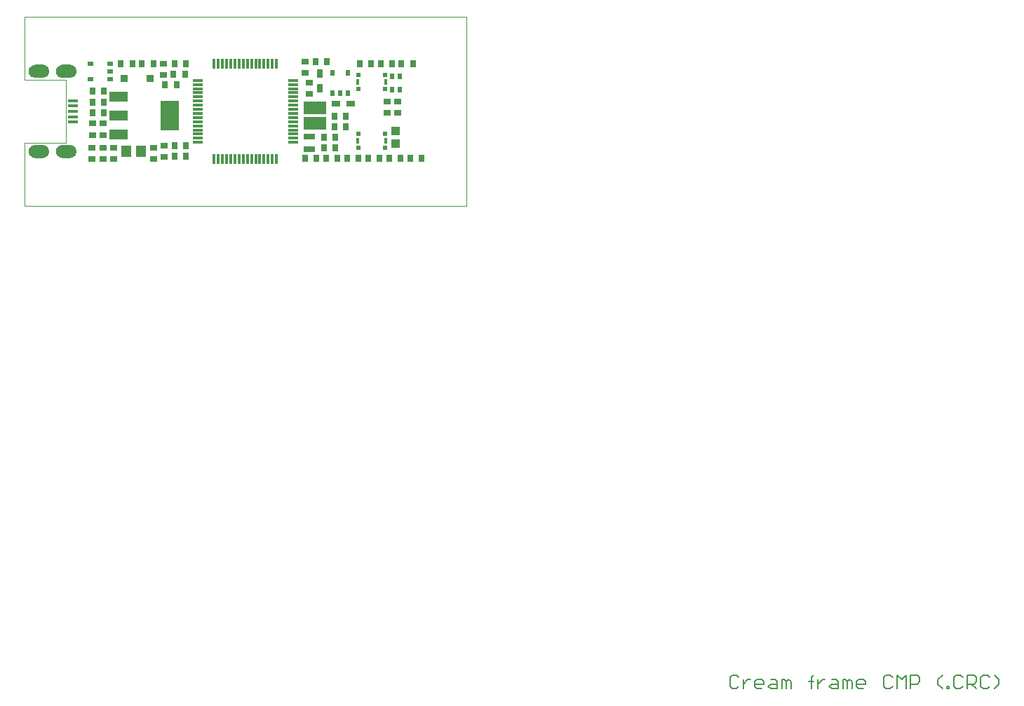
<source format=gtp>
G75*
%MOIN*%
%OFA0B0*%
%FSLAX25Y25*%
%IPPOS*%
%LPD*%
%AMOC8*
5,1,8,0,0,1.08239X$1,22.5*
%
%ADD10C,0.00000*%
%ADD11C,0.00600*%
%ADD12R,0.04724X0.01181*%
%ADD13R,0.01181X0.04724*%
%ADD14R,0.02264X0.02461*%
%ADD15R,0.01280X0.02750*%
%ADD16R,0.04528X0.01575*%
%ADD17C,0.00500*%
%ADD18R,0.04000X0.04000*%
%ADD19R,0.03000X0.03500*%
%ADD20R,0.03500X0.03000*%
%ADD21R,0.10630X0.05906*%
%ADD22R,0.05512X0.02756*%
%ADD23R,0.08800X0.04800*%
%ADD24R,0.08661X0.14173*%
%ADD25R,0.03150X0.02165*%
%ADD26R,0.03000X0.04000*%
%ADD27R,0.02165X0.03150*%
%ADD28R,0.03543X0.03740*%
%ADD29R,0.04000X0.03000*%
%ADD30R,0.04528X0.05512*%
D10*
X0185000Y0255000D02*
X0185000Y0284843D01*
X0204882Y0284843D01*
X0204882Y0315157D01*
X0185000Y0315157D01*
X0185000Y0345000D01*
X0395000Y0345000D01*
X0395000Y0255000D01*
X0185000Y0255000D01*
D11*
X0520300Y0030638D02*
X0520300Y0026368D01*
X0521368Y0025300D01*
X0523503Y0025300D01*
X0524570Y0026368D01*
X0526745Y0027435D02*
X0528881Y0029570D01*
X0529948Y0029570D01*
X0532117Y0028503D02*
X0533184Y0029570D01*
X0535319Y0029570D01*
X0536387Y0028503D01*
X0536387Y0027435D01*
X0532117Y0027435D01*
X0532117Y0026368D02*
X0532117Y0028503D01*
X0532117Y0026368D02*
X0533184Y0025300D01*
X0535319Y0025300D01*
X0538562Y0026368D02*
X0539630Y0027435D01*
X0542833Y0027435D01*
X0542833Y0028503D02*
X0542833Y0025300D01*
X0539630Y0025300D01*
X0538562Y0026368D01*
X0539630Y0029570D02*
X0541765Y0029570D01*
X0542833Y0028503D01*
X0545008Y0029570D02*
X0545008Y0025300D01*
X0547143Y0025300D02*
X0547143Y0028503D01*
X0548210Y0029570D01*
X0549278Y0028503D01*
X0549278Y0025300D01*
X0547143Y0028503D02*
X0546075Y0029570D01*
X0545008Y0029570D01*
X0557899Y0028503D02*
X0560034Y0028503D01*
X0558966Y0030638D02*
X0560034Y0031705D01*
X0558966Y0030638D02*
X0558966Y0025300D01*
X0562196Y0025300D02*
X0562196Y0029570D01*
X0562196Y0027435D02*
X0564331Y0029570D01*
X0565398Y0029570D01*
X0568635Y0029570D02*
X0570770Y0029570D01*
X0571837Y0028503D01*
X0571837Y0025300D01*
X0568635Y0025300D01*
X0567567Y0026368D01*
X0568635Y0027435D01*
X0571837Y0027435D01*
X0574012Y0025300D02*
X0574012Y0029570D01*
X0575080Y0029570D01*
X0576148Y0028503D01*
X0577215Y0029570D01*
X0578283Y0028503D01*
X0578283Y0025300D01*
X0576148Y0025300D02*
X0576148Y0028503D01*
X0580458Y0028503D02*
X0581526Y0029570D01*
X0583661Y0029570D01*
X0584728Y0028503D01*
X0584728Y0027435D01*
X0580458Y0027435D01*
X0580458Y0026368D02*
X0580458Y0028503D01*
X0580458Y0026368D02*
X0581526Y0025300D01*
X0583661Y0025300D01*
X0593349Y0026368D02*
X0593349Y0030638D01*
X0594417Y0031705D01*
X0596552Y0031705D01*
X0597619Y0030638D01*
X0599794Y0031705D02*
X0601930Y0029570D01*
X0604065Y0031705D01*
X0604065Y0025300D01*
X0606240Y0025300D02*
X0606240Y0031705D01*
X0609443Y0031705D01*
X0610510Y0030638D01*
X0610510Y0028503D01*
X0609443Y0027435D01*
X0606240Y0027435D01*
X0599794Y0025300D02*
X0599794Y0031705D01*
X0597619Y0026368D02*
X0596552Y0025300D01*
X0594417Y0025300D01*
X0593349Y0026368D01*
X0619131Y0027435D02*
X0621266Y0025300D01*
X0623428Y0025300D02*
X0624496Y0025300D01*
X0624496Y0026368D01*
X0623428Y0026368D01*
X0623428Y0025300D01*
X0626651Y0026368D02*
X0626651Y0030638D01*
X0627718Y0031705D01*
X0629853Y0031705D01*
X0630921Y0030638D01*
X0633096Y0031705D02*
X0633096Y0025300D01*
X0633096Y0027435D02*
X0636299Y0027435D01*
X0637367Y0028503D01*
X0637367Y0030638D01*
X0636299Y0031705D01*
X0633096Y0031705D01*
X0635231Y0027435D02*
X0637367Y0025300D01*
X0639542Y0026368D02*
X0639542Y0030638D01*
X0640609Y0031705D01*
X0642744Y0031705D01*
X0643812Y0030638D01*
X0645987Y0031705D02*
X0648122Y0029570D01*
X0648122Y0027435D01*
X0645987Y0025300D01*
X0643812Y0026368D02*
X0642744Y0025300D01*
X0640609Y0025300D01*
X0639542Y0026368D01*
X0630921Y0026368D02*
X0629853Y0025300D01*
X0627718Y0025300D01*
X0626651Y0026368D01*
X0621266Y0031705D02*
X0619131Y0029570D01*
X0619131Y0027435D01*
X0526745Y0025300D02*
X0526745Y0029570D01*
X0524570Y0030638D02*
X0523503Y0031705D01*
X0521368Y0031705D01*
X0520300Y0030638D01*
D12*
X0312638Y0285236D03*
X0312638Y0287205D03*
X0312638Y0289173D03*
X0312638Y0291142D03*
X0312638Y0293110D03*
X0312638Y0295079D03*
X0312638Y0297047D03*
X0312638Y0299016D03*
X0312638Y0300984D03*
X0312638Y0302953D03*
X0312638Y0304921D03*
X0312638Y0306890D03*
X0312638Y0308858D03*
X0312638Y0310827D03*
X0312638Y0312795D03*
X0312638Y0314764D03*
X0267362Y0314764D03*
X0267362Y0312795D03*
X0267362Y0310827D03*
X0267362Y0308858D03*
X0267362Y0306890D03*
X0267362Y0304921D03*
X0267362Y0302953D03*
X0267362Y0300984D03*
X0267362Y0299016D03*
X0267362Y0297047D03*
X0267362Y0295079D03*
X0267362Y0293110D03*
X0267362Y0291142D03*
X0267362Y0289173D03*
X0267362Y0287205D03*
X0267362Y0285236D03*
D13*
X0275236Y0277362D03*
X0277205Y0277362D03*
X0279173Y0277362D03*
X0281142Y0277362D03*
X0283110Y0277362D03*
X0285079Y0277362D03*
X0287047Y0277362D03*
X0289016Y0277362D03*
X0290984Y0277362D03*
X0292953Y0277362D03*
X0294921Y0277362D03*
X0296890Y0277362D03*
X0298858Y0277362D03*
X0300827Y0277362D03*
X0302795Y0277362D03*
X0304764Y0277362D03*
X0304764Y0322638D03*
X0302795Y0322638D03*
X0300827Y0322638D03*
X0298858Y0322638D03*
X0296890Y0322638D03*
X0294921Y0322638D03*
X0292953Y0322638D03*
X0290984Y0322638D03*
X0289016Y0322638D03*
X0287047Y0322638D03*
X0285079Y0322638D03*
X0283110Y0322638D03*
X0281142Y0322638D03*
X0279173Y0322638D03*
X0277205Y0322638D03*
X0275236Y0322638D03*
D14*
X0343750Y0317197D03*
X0343750Y0310801D03*
X0356250Y0310803D03*
X0356250Y0317197D03*
X0356250Y0289197D03*
X0356250Y0282803D03*
X0343750Y0282801D03*
X0343750Y0289197D03*
D15*
X0343258Y0286000D03*
X0356742Y0286000D03*
X0356742Y0314000D03*
X0343258Y0314000D03*
D16*
X0207972Y0305118D03*
X0207972Y0302559D03*
X0207972Y0300000D03*
X0207972Y0297441D03*
X0207972Y0294882D03*
D17*
X0206654Y0283661D02*
X0203110Y0283661D01*
X0202573Y0283608D01*
X0202056Y0283452D01*
X0201579Y0283197D01*
X0201162Y0282854D01*
X0200819Y0282437D01*
X0200564Y0281960D01*
X0200407Y0281443D01*
X0200354Y0280906D01*
X0200407Y0280368D01*
X0200564Y0279851D01*
X0200819Y0279374D01*
X0201162Y0278957D01*
X0201579Y0278614D01*
X0202056Y0278359D01*
X0202573Y0278203D01*
X0203110Y0278150D01*
X0206654Y0278150D01*
X0207191Y0278203D01*
X0207708Y0278359D01*
X0208185Y0278614D01*
X0208602Y0278957D01*
X0208945Y0279374D01*
X0209200Y0279851D01*
X0209356Y0280368D01*
X0209409Y0280906D01*
X0209356Y0281443D01*
X0209200Y0281960D01*
X0208945Y0282437D01*
X0208602Y0282854D01*
X0208185Y0283197D01*
X0207708Y0283452D01*
X0207191Y0283608D01*
X0206654Y0283661D01*
X0207776Y0283415D02*
X0201987Y0283415D01*
X0201238Y0282917D02*
X0208526Y0282917D01*
X0208955Y0282418D02*
X0200809Y0282418D01*
X0200552Y0281920D02*
X0209212Y0281920D01*
X0209359Y0281421D02*
X0200405Y0281421D01*
X0200356Y0280923D02*
X0209408Y0280923D01*
X0209362Y0280424D02*
X0200402Y0280424D01*
X0200541Y0279926D02*
X0209222Y0279926D01*
X0208973Y0279427D02*
X0200791Y0279427D01*
X0201196Y0278929D02*
X0208568Y0278929D01*
X0207840Y0278430D02*
X0201923Y0278430D01*
X0196230Y0279926D02*
X0187549Y0279926D01*
X0187572Y0279851D02*
X0187415Y0280368D01*
X0187362Y0280906D01*
X0187415Y0281443D01*
X0187572Y0281960D01*
X0187827Y0282437D01*
X0188169Y0282854D01*
X0188587Y0283197D01*
X0189063Y0283452D01*
X0189580Y0283608D01*
X0190118Y0283661D01*
X0193661Y0283661D01*
X0194199Y0283608D01*
X0194716Y0283452D01*
X0195193Y0283197D01*
X0195610Y0282854D01*
X0195953Y0282437D01*
X0196208Y0281960D01*
X0196364Y0281443D01*
X0196417Y0280906D01*
X0196364Y0280368D01*
X0196208Y0279851D01*
X0195953Y0279374D01*
X0195610Y0278957D01*
X0195193Y0278614D01*
X0194716Y0278359D01*
X0194199Y0278203D01*
X0193661Y0278150D01*
X0190118Y0278150D01*
X0189580Y0278203D01*
X0189063Y0278359D01*
X0188587Y0278614D01*
X0188169Y0278957D01*
X0187827Y0279374D01*
X0187572Y0279851D01*
X0187799Y0279427D02*
X0195981Y0279427D01*
X0195576Y0278929D02*
X0188204Y0278929D01*
X0188931Y0278430D02*
X0194848Y0278430D01*
X0196370Y0280424D02*
X0187410Y0280424D01*
X0187364Y0280923D02*
X0196416Y0280923D01*
X0196367Y0281421D02*
X0187413Y0281421D01*
X0187560Y0281920D02*
X0196220Y0281920D01*
X0195963Y0282418D02*
X0187817Y0282418D01*
X0188245Y0282917D02*
X0195534Y0282917D01*
X0194784Y0283415D02*
X0188995Y0283415D01*
X0190118Y0316339D02*
X0189580Y0316392D01*
X0189063Y0316548D01*
X0188587Y0316803D01*
X0188169Y0317146D01*
X0187827Y0317563D01*
X0187572Y0318040D01*
X0187415Y0318557D01*
X0187362Y0319094D01*
X0187415Y0319632D01*
X0187572Y0320149D01*
X0187827Y0320626D01*
X0188169Y0321043D01*
X0188587Y0321386D01*
X0189063Y0321641D01*
X0189580Y0321797D01*
X0190118Y0321850D01*
X0193661Y0321850D01*
X0194199Y0321797D01*
X0194716Y0321641D01*
X0195193Y0321386D01*
X0195610Y0321043D01*
X0195953Y0320626D01*
X0196208Y0320149D01*
X0196364Y0319632D01*
X0196417Y0319094D01*
X0196364Y0318557D01*
X0196208Y0318040D01*
X0195953Y0317563D01*
X0195610Y0317146D01*
X0195193Y0316803D01*
X0194716Y0316548D01*
X0194199Y0316392D01*
X0193661Y0316339D01*
X0190118Y0316339D01*
X0188572Y0316815D02*
X0195208Y0316815D01*
X0195748Y0317314D02*
X0188031Y0317314D01*
X0187694Y0317812D02*
X0196086Y0317812D01*
X0196290Y0318311D02*
X0187490Y0318311D01*
X0187390Y0318809D02*
X0196389Y0318809D01*
X0196396Y0319308D02*
X0187383Y0319308D01*
X0187468Y0319806D02*
X0196311Y0319806D01*
X0196124Y0320305D02*
X0187655Y0320305D01*
X0187973Y0320803D02*
X0195807Y0320803D01*
X0195295Y0321302D02*
X0188485Y0321302D01*
X0189612Y0321801D02*
X0194168Y0321801D01*
X0200460Y0319806D02*
X0209304Y0319806D01*
X0209356Y0319632D02*
X0209409Y0319094D01*
X0209356Y0318557D01*
X0209200Y0318040D01*
X0208945Y0317563D01*
X0208602Y0317146D01*
X0208185Y0316803D01*
X0207708Y0316548D01*
X0207191Y0316392D01*
X0206654Y0316339D01*
X0203110Y0316339D01*
X0202573Y0316392D01*
X0202056Y0316548D01*
X0201579Y0316803D01*
X0201162Y0317146D01*
X0200819Y0317563D01*
X0200564Y0318040D01*
X0200407Y0318557D01*
X0200354Y0319094D01*
X0200407Y0319632D01*
X0200564Y0320149D01*
X0200819Y0320626D01*
X0201162Y0321043D01*
X0201579Y0321386D01*
X0202056Y0321641D01*
X0202573Y0321797D01*
X0203110Y0321850D01*
X0206654Y0321850D01*
X0207191Y0321797D01*
X0207708Y0321641D01*
X0208185Y0321386D01*
X0208602Y0321043D01*
X0208945Y0320626D01*
X0209200Y0320149D01*
X0209356Y0319632D01*
X0209388Y0319308D02*
X0200375Y0319308D01*
X0200382Y0318809D02*
X0209381Y0318809D01*
X0209282Y0318311D02*
X0200482Y0318311D01*
X0200686Y0317812D02*
X0209078Y0317812D01*
X0208740Y0317314D02*
X0201024Y0317314D01*
X0201564Y0316815D02*
X0208200Y0316815D01*
X0209116Y0320305D02*
X0200647Y0320305D01*
X0200965Y0320803D02*
X0208799Y0320803D01*
X0208287Y0321302D02*
X0201477Y0321302D01*
X0202604Y0321801D02*
X0207160Y0321801D01*
D18*
X0361500Y0290500D03*
X0361500Y0284500D03*
D19*
X0363750Y0277500D03*
X0368250Y0277500D03*
X0373750Y0277500D03*
X0358250Y0277500D03*
X0353750Y0277500D03*
X0348250Y0277500D03*
X0343750Y0277500D03*
X0338250Y0277500D03*
X0333750Y0277500D03*
X0332750Y0282500D03*
X0332750Y0287500D03*
X0332250Y0292500D03*
X0332250Y0297500D03*
X0337750Y0297500D03*
X0337750Y0292500D03*
X0327250Y0287500D03*
X0327250Y0282500D03*
X0328250Y0277500D03*
X0323750Y0277500D03*
X0318250Y0277500D03*
X0323250Y0323500D03*
X0328750Y0323500D03*
X0344250Y0322500D03*
X0349750Y0322500D03*
X0354250Y0322500D03*
X0359750Y0322500D03*
X0364150Y0322500D03*
X0369650Y0322500D03*
X0261750Y0322500D03*
X0261250Y0317500D03*
X0255750Y0317500D03*
X0256250Y0322500D03*
X0246250Y0322500D03*
X0240750Y0322500D03*
X0236250Y0322500D03*
X0230750Y0322500D03*
X0222750Y0309500D03*
X0222750Y0304300D03*
X0222750Y0299300D03*
X0217250Y0299300D03*
X0217250Y0304300D03*
X0217250Y0309500D03*
X0251750Y0312500D03*
X0257250Y0312500D03*
X0256250Y0283500D03*
X0256250Y0278500D03*
X0261750Y0278500D03*
X0261750Y0283500D03*
D20*
X0251500Y0283750D03*
X0246500Y0282750D03*
X0246500Y0277250D03*
X0251500Y0278250D03*
X0227500Y0277250D03*
X0222500Y0277250D03*
X0222500Y0282750D03*
X0227500Y0282750D03*
X0222500Y0288750D03*
X0217500Y0288750D03*
X0217500Y0294250D03*
X0222500Y0294250D03*
X0217000Y0282750D03*
X0217000Y0277250D03*
X0251000Y0317250D03*
X0251000Y0322750D03*
X0318500Y0323750D03*
X0318500Y0318250D03*
X0320500Y0313750D03*
X0320500Y0308250D03*
X0357500Y0304750D03*
X0362500Y0304750D03*
X0362500Y0299250D03*
X0357500Y0299250D03*
D21*
X0323000Y0301740D03*
X0323000Y0294260D03*
D22*
X0320500Y0287953D03*
X0320500Y0282047D03*
D23*
X0229800Y0288900D03*
X0229800Y0298000D03*
X0229800Y0307100D03*
D24*
X0254201Y0298000D03*
D25*
X0225724Y0315260D03*
X0225724Y0319000D03*
X0225724Y0322740D03*
X0216276Y0322740D03*
X0216276Y0315260D03*
D26*
X0325500Y0318000D03*
X0325500Y0311000D03*
D27*
X0331260Y0308776D03*
X0335000Y0308776D03*
X0338740Y0308776D03*
X0338740Y0318224D03*
X0331260Y0318224D03*
X0359728Y0316650D03*
X0363272Y0316650D03*
X0363272Y0310350D03*
X0359728Y0310350D03*
D28*
X0244701Y0315500D03*
X0232299Y0315500D03*
D29*
X0333200Y0303500D03*
X0340200Y0303500D03*
D30*
X0240543Y0281000D03*
X0233457Y0281000D03*
M02*

</source>
